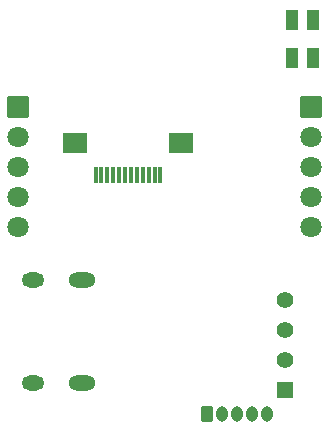
<source format=gbs>
G04 Layer: BottomSolderMaskLayer*
G04 EasyEDA Pro v2.2.32.3, 2024-12-05 12:24:41*
G04 Gerber Generator version 0.3*
G04 Scale: 100 percent, Rotated: No, Reflected: No*
G04 Dimensions in millimeters*
G04 Leading zeros omitted, absolute positions, 3 integers and 5 decimals*
%FSLAX35Y35*%
%MOMM*%
%AMRoundRect*1,1,$1,$2,$3*1,1,$1,$4,$5*1,1,$1,0-$2,0-$3*1,1,$1,0-$4,0-$5*20,1,$1,$2,$3,$4,$5,0*20,1,$1,$4,$5,0-$2,0-$3,0*20,1,$1,0-$2,0-$3,0-$4,0-$5,0*20,1,$1,0-$4,0-$5,$2,$3,0*4,1,4,$2,$3,$4,$5,0-$2,0-$3,0-$4,0-$5,$2,$3,0*%
%ADD10RoundRect,0.09258X-0.45471X0.60471X0.45471X0.60471*%
%ADD11O,1.002X1.302*%
%ADD12O,1.9016X1.3016*%
%ADD13O,2.3016X1.3016*%
%ADD14RoundRect,0.09588X-1.00286X0.80286X1.00286X0.80286*%
%ADD15RoundRect,0.09588X1.00286X-0.80286X-1.00286X-0.80286*%
%ADD16RoundRect,0.08109X-0.16024X0.66026X0.16024X0.66026*%
%ADD17RoundRect,0.09618X0.85271X0.85271X0.85271X-0.85271*%
%ADD18C,1.8016*%
%ADD19RoundRect,0.09471X0.65114X0.65114X0.65114X-0.65114*%
%ADD20C,1.397*%
%ADD21RoundRect,0.093X0.5028X0.7768X0.5028X-0.7768*%
G75*


G04 Pad Start*
G54D10*
G01X1765292Y-3454392D03*
G54D11*
G01X1892292Y-3454392D03*
G01X2019292Y-3454392D03*
G01X2146292Y-3454392D03*
G01X2273292Y-3454392D03*
G54D12*
G01X287274Y-3187903D03*
G01X287274Y-2323897D03*
G54D13*
G01X705282Y-3187903D03*
G01X705282Y-2323897D03*
G54D14*
G01X647192Y-1161402D03*
G54D15*
G01X1537208Y-1161351D03*
G54D16*
G01X1367206Y-1429448D03*
G01X1317168Y-1429448D03*
G01X1267130Y-1429448D03*
G01X1217092Y-1429448D03*
G01X1167181Y-1429448D03*
G01X1117270Y-1429448D03*
G01X1067232Y-1429448D03*
G01X1017194Y-1429448D03*
G01X967156Y-1429448D03*
G01X917118Y-1429448D03*
G01X867080Y-1429448D03*
G01X817169Y-1429448D03*
G54D17*
G01X165100Y-850900D03*
G54D18*
G01X165100Y-1104900D03*
G01X165100Y-1358900D03*
G01X165100Y-1612900D03*
G01X165100Y-1866900D03*
G54D17*
G01X2641600Y-850900D03*
G54D18*
G01X2641600Y-1104900D03*
G01X2641600Y-1358900D03*
G01X2641600Y-1612900D03*
G01X2641600Y-1866900D03*
G54D19*
G01X2425700Y-3251200D03*
G54D20*
G01X2425700Y-2997200D03*
G01X2425700Y-2743200D03*
G01X2425700Y-2489200D03*
G54D21*
G01X2478938Y-115646D03*
G01X2656942Y-115646D03*
G01X2656942Y-443154D03*
G01X2478938Y-443154D03*
G04 Pad End*

M02*


</source>
